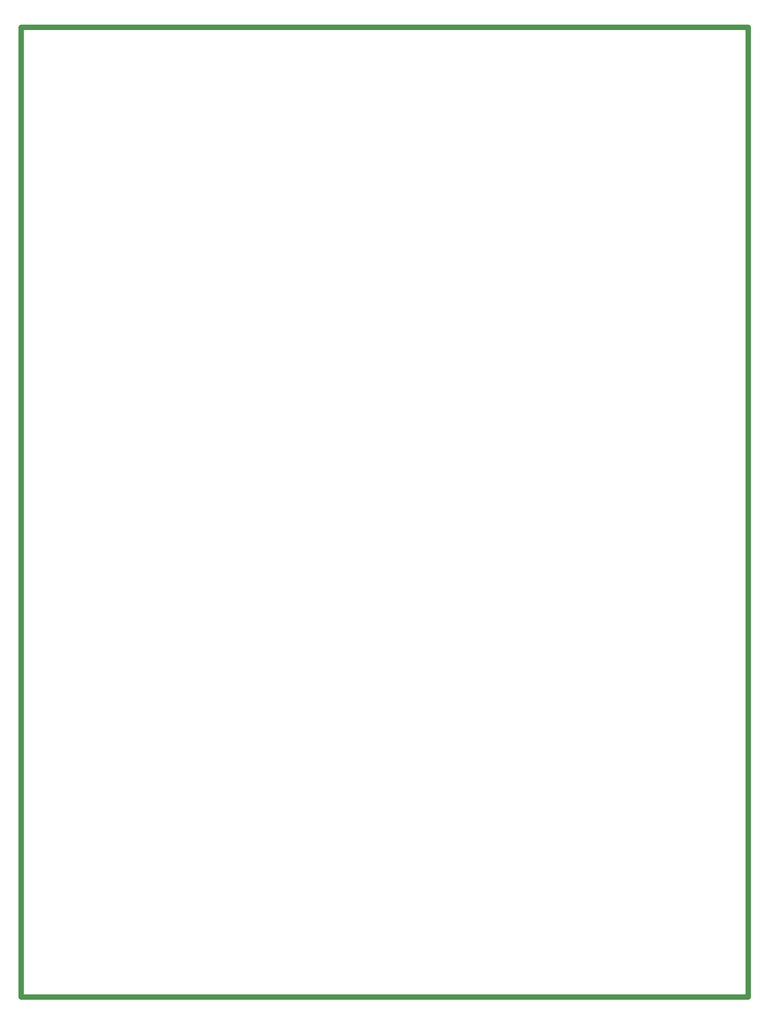
<source format=gm1>
G04*
G04 #@! TF.GenerationSoftware,Altium Limited,Altium Designer,21.8.1 (53)*
G04*
G04 Layer_Color=16711935*
%FSLAX44Y44*%
%MOMM*%
G71*
G04*
G04 #@! TF.SameCoordinates,803AB11E-904C-4F7A-9A81-77FAE9A3CB3A*
G04*
G04*
G04 #@! TF.FilePolarity,Positive*
G04*
G01*
G75*
%ADD62C,1.2000*%
D62*
X0Y0D02*
X1600200D01*
Y2133600D01*
X0D02*
X1600200D01*
X0Y0D02*
Y2133600D01*
M02*

</source>
